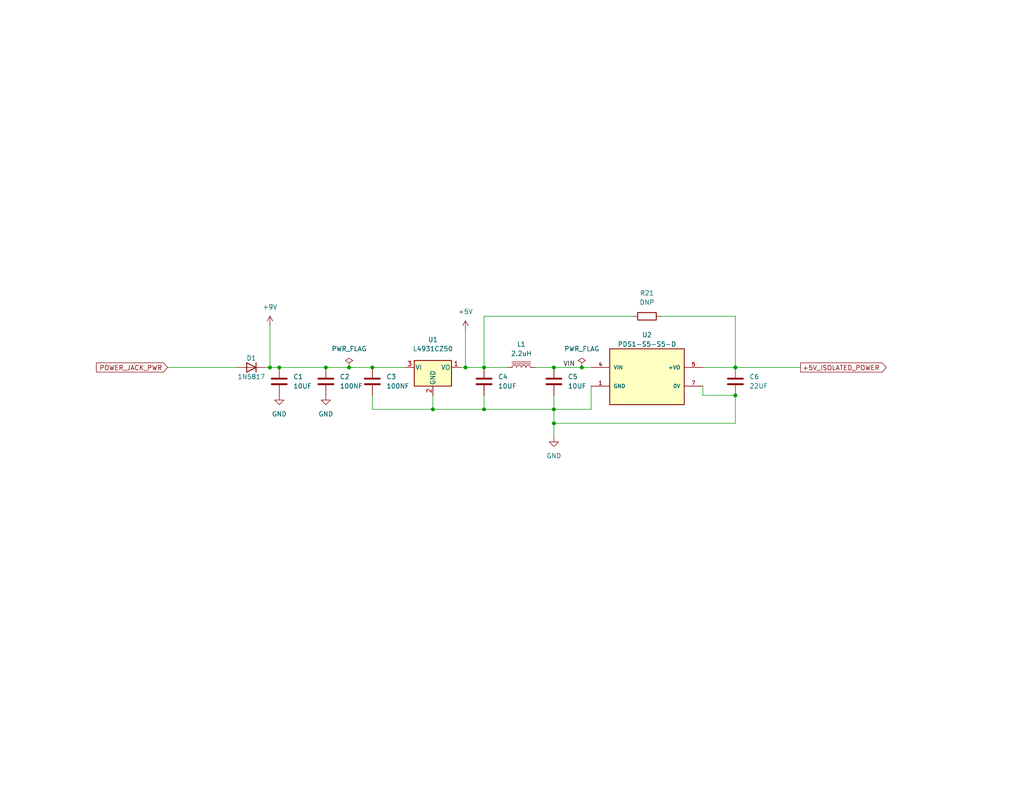
<source format=kicad_sch>
(kicad_sch (version 20231120) (generator "eeschema") (generator_version "8.0")
  (paper "USLetter")
  (title_block (title "Daisy Seed Guitar Pedal 1590B") (date "2023-11-12") (rev "6") (company "Made by Keith Shepherd (kshep@mac.com)") (comment 1 "https://github.com/electro-smith/Hardware/blob/master/reference/daisy_petal/") (comment 2 "Schematic from the Electro-Smith Daisy Petal Reference Hardware Rev 5"))
  (lib_symbols
    (symbol "Device:C" (pin_numbers hide) (pin_names (offset 0.254))
      (property "Reference" "C" (at 0.635 2.54 0))
      (property "Value" "C" (at 0.635 -2.54 0))
      (symbol "C_0_1"
        (polyline (pts (xy -2.032 -0.762) (xy 2.032 -0.762)) (stroke (width 0.508)))
        (polyline (pts (xy -2.032 0.762) (xy 2.032 0.762)) (stroke (width 0.508)))
      )
      (symbol "C_1_1"
        (pin passive line (at 0 3.81 270) (length 2.794) (name "~") (number "1"))
        (pin passive line (at 0 -3.81 90) (length 2.794) (name "~") (number "2"))
      )
    )
    (symbol "Device:D" (pin_numbers hide) (pin_names (offset 1.016) hide)
      (property "Reference" "D" (at 0 2.54 0))
      (property "Value" "D" (at 0 -2.54 0))
      (symbol "D_0_1"
        (polyline (pts (xy -1.27 1.27) (xy -1.27 -1.27)) (stroke (width 0.254)))
        (polyline (pts (xy 1.27 0) (xy -1.27 0)))
        (polyline (pts (xy 1.27 1.27) (xy 1.27 -1.27) (xy -1.27 0) (xy 1.27 1.27)) (stroke (width 0.254)))
      )
      (symbol "D_1_1"
        (pin passive line (at -3.81 0 0) (length 2.54) (name "K") (number "1"))
        (pin passive line (at 3.81 0 180) (length 2.54) (name "A") (number "2"))
      )
    )
    (symbol "Device:L_Iron" (pin_numbers hide) (pin_names (offset 1.016) hide)
      (property "Reference" "L" (at -1.27 0 90))
      (property "Value" "L_Iron" (at 2.794 0 90))
      (symbol "L_Iron_0_1"
        (arc (start 0 -2.54) (mid 0.6323 -1.905) (end 0 -1.27))
        (arc (start 0 -1.27) (mid 0.6323 -0.635) (end 0 0))
        (polyline (pts (xy 1.016 2.54) (xy 1.016 -2.54)))
        (polyline (pts (xy 1.524 -2.54) (xy 1.524 2.54)))
        (arc (start 0 0) (mid 0.6323 0.635) (end 0 1.27))
        (arc (start 0 1.27) (mid 0.6323 1.905) (end 0 2.54))
      )
      (symbol "L_Iron_1_1"
        (pin passive line (at 0 3.81 270) (length 1.27) (name "1") (number "1"))
        (pin passive line (at 0 -3.81 90) (length 1.27) (name "2") (number "2"))
      )
    )
    (symbol "Device:R" (pin_numbers hide) (pin_names (offset 0))
      (property "Reference" "R" (at 2.032 0 90))
      (property "Value" "R" (at 0 0 90))
      (symbol "R_0_1"
        (rectangle (start -1.016 -2.54) (end 1.016 2.54) (stroke (width 0.254)))
      )
      (symbol "R_1_1"
        (pin passive line (at 0 3.81 270) (length 1.27) (name "~") (number "1"))
        (pin passive line (at 0 -3.81 90) (length 1.27) (name "~") (number "2"))
      )
    )
    (symbol "PDS1-S5-S5-D:PDS1-S5-S5-D" (pin_names (offset 1.016))
      (property "Reference" "U" (at -10.2362 7.6708 0))
      (property "Value" "PDS1-S5-S5-D" (at -10.2108 -10.2108 0))
      (symbol "PDS1-S5-S5-D_0_0"
        (rectangle (start -10.16 -7.62) (end 10.16 7.62) (stroke (width 0.254)) (fill (type background)))
        (pin power_in line (at -15.24 -2.54 0) (length 5.08) (name "GND") (number "1"))
        (pin input line (at -15.24 2.54 0) (length 5.08) (name "VIN") (number "4"))
        (pin output line (at 15.24 2.54 180) (length 5.08) (name "+VO") (number "5"))
        (pin power_in line (at 15.24 -2.54 180) (length 5.08) (name "0V") (number "7"))
      )
    )
    (symbol "Regulator_Linear:L78L05_TO92" (pin_names (offset 0.254))
      (property "Reference" "U" (at -3.81 3.175 0))
      (property "Value" "L78L05_TO92" (at 0 3.175 0))
      (symbol "L78L05_TO92_0_1"
        (rectangle (start -5.08 -5.08) (end 5.08 1.905) (stroke (width 0.254)) (fill (type background)))
      )
      (symbol "L78L05_TO92_1_1"
        (pin power_out line (at 7.62 0 180) (length 2.54) (name "VO") (number "1"))
        (pin power_in line (at 0 -7.62 90) (length 2.54) (name "GND") (number "2"))
        (pin power_in line (at -7.62 0 0) (length 2.54) (name "VI") (number "3"))
      )
    )
    (symbol "power:+5V" (power) (pin_names (offset 0))
      (property "Value" "+5V" (at 0 3.556 0))
      (symbol "+5V_0_1"
        (polyline (pts (xy -0.762 1.27) (xy 0 2.54)))
        (polyline (pts (xy 0 0) (xy 0 2.54)))
        (polyline (pts (xy 0 2.54) (xy 0.762 1.27)))
      )
      (symbol "+5V_1_1"
        (pin power_in line (at 0 0 90) (length 0) hide (name "+5V") (number "1"))
      )
    )
    (symbol "power:+9V" (power) (pin_names (offset 0))
      (property "Value" "+9V" (at 0 3.556 0))
      (symbol "+9V_0_1"
        (polyline (pts (xy -0.762 1.27) (xy 0 2.54)))
        (polyline (pts (xy 0 0) (xy 0 2.54)))
        (polyline (pts (xy 0 2.54) (xy 0.762 1.27)))
      )
      (symbol "+9V_1_1"
        (pin power_in line (at 0 0 90) (length 0) hide (name "+9V") (number "1"))
      )
    )
    (symbol "power:GND" (power) (pin_names (offset 0))
      (property "Value" "GND" (at 0 -3.81 0))
      (symbol "GND_0_1"
        (polyline (pts (xy 0 0) (xy 0 -1.27) (xy 1.27 -1.27) (xy 0 -2.54) (xy -1.27 -1.27) (xy 0 -1.27)))
      )
      (symbol "GND_1_1"
        (pin power_in line (at 0 0 270) (length 0) hide (name "GND") (number "1"))
      )
    )
    (symbol "power:PWR_FLAG" (power) (pin_numbers hide) (pin_names (offset 0) hide)
      (property "Value" "PWR_FLAG" (at 0 3.81 0))
      (symbol "PWR_FLAG_0_0"
        (pin power_out line (at 0 0 90) (length 0) (name "pwr") (number "1"))
      )
      (symbol "PWR_FLAG_0_1"
        (polyline (pts (xy 0 0) (xy 0 1.27) (xy -1.016 1.905) (xy 0 2.54) (xy 1.016 1.905) (xy 0 1.27)))
      )
    )
  )
  (junction (at 101.6 100.33))
  (junction (at 76.2 100.33))
  (junction (at 151.13 115.57))
  (junction (at 200.66 107.95))
  (junction (at 132.08 100.33))
  (junction (at 132.08 111.76))
  (junction (at 73.66 100.33))
  (junction (at 95.25 100.33))
  (junction (at 151.13 111.76))
  (junction (at 118.11 111.76))
  (junction (at 158.75 100.33))
  (junction (at 88.9 100.33))
  (junction (at 151.13 100.33))
  (junction (at 200.66 100.33))
  (junction (at 127 100.33))
  (wire (pts (xy 76.2 100.33) (xy 88.9 100.33)))
  (wire (pts (xy 132.08 100.33) (xy 138.43 100.33)))
  (wire (pts (xy 158.75 100.33) (xy 161.29 100.33)))
  (wire (pts (xy 88.9 100.33) (xy 95.25 100.33)))
  (wire (pts (xy 180.34 86.36) (xy 200.66 86.36)))
  (wire (pts (xy 151.13 115.57) (xy 200.66 115.57)))
  (wire (pts (xy 151.13 107.95) (xy 151.13 111.76)))
  (wire (pts (xy 200.66 86.36) (xy 200.66 100.33)))
  (wire (pts (xy 191.77 100.33) (xy 200.66 100.33)))
  (wire (pts (xy 200.66 100.33) (xy 218.44 100.33)))
  (wire (pts (xy 45.72 100.33) (xy 64.77 100.33)))
  (wire (pts (xy 191.77 105.41) (xy 191.77 107.95)))
  (wire (pts (xy 151.13 111.76) (xy 151.13 115.57)))
  (wire (pts (xy 125.73 100.33) (xy 127 100.33)))
  (wire (pts (xy 72.39 100.33) (xy 73.66 100.33)))
  (wire (pts (xy 132.08 86.36) (xy 172.72 86.36)))
  (wire (pts (xy 73.66 100.33) (xy 76.2 100.33)))
  (wire (pts (xy 161.29 105.41) (xy 161.29 111.76)))
  (wire (pts (xy 101.6 100.33) (xy 110.49 100.33)))
  (wire (pts (xy 127 90.17) (xy 127 100.33)))
  (wire (pts (xy 132.08 111.76) (xy 151.13 111.76)))
  (wire (pts (xy 101.6 107.95) (xy 101.6 111.76)))
  (wire (pts (xy 146.05 100.33) (xy 151.13 100.33)))
  (wire (pts (xy 151.13 100.33) (xy 158.75 100.33)))
  (wire (pts (xy 73.66 88.9) (xy 73.66 100.33)))
  (wire (pts (xy 127 100.33) (xy 132.08 100.33)))
  (wire (pts (xy 132.08 107.95) (xy 132.08 111.76)))
  (wire (pts (xy 118.11 111.76) (xy 132.08 111.76)))
  (wire (pts (xy 101.6 111.76) (xy 118.11 111.76)))
  (wire (pts (xy 95.25 100.33) (xy 101.6 100.33)))
  (wire (pts (xy 191.77 107.95) (xy 200.66 107.95)))
  (wire (pts (xy 151.13 115.57) (xy 151.13 119.38)))
  (wire (pts (xy 151.13 111.76) (xy 161.29 111.76)))
  (wire (pts (xy 132.08 100.33) (xy 132.08 86.36)))
  (wire (pts (xy 118.11 107.95) (xy 118.11 111.76)))
  (wire (pts (xy 200.66 115.57) (xy 200.66 107.95)))
  (label "VIN" (at 153.67 100.33 0))
  (global_label "POWER_JACK_PWR" (shape input) (at 45.72 100.33 180) (property "Intersheetrefs" "${INTERSHEET_REFS}" (effects (hide yes))))
  (global_label "+5V_ISOLATED_POWER" (shape output) (at 218.44 100.33 0) (property "Intersheetrefs" "${INTERSHEET_REFS}" (effects (hide yes))))
  (symbol (lib_id "power:PWR_FLAG") (at 95.25 100.33 0) (unit 1)
    (property "Reference" "#FLG02" (effects (hide yes)))
    (property "Value" "PWR_FLAG" (at 95.25 95.25 0))
  )
  (symbol (lib_id "Device:C") (at 200.66 104.14 0) (unit 1)
    (property "Reference" "C6" (at 204.47 102.8699 0) (effects (justify left)))
    (property "Value" "22UF" (at 204.47 105.4099 0) (effects (justify left)))
    (property "Footprint" "Capacitor_THT:CP_Radial_D4.0mm_P2.00mm" (effects (hide yes)))
  )
  (symbol (lib_id "Device:C") (at 101.6 104.14 0) (unit 1)
    (property "Reference" "C3" (at 105.41 102.8699 0) (effects (justify left)))
    (property "Value" "100NF" (at 105.41 105.4099 0) (effects (justify left)))
    (property "Footprint" "Capacitor_THT:C_Rect_L7.2mm_W3.0mm_P5.00mm_FKS2_FKP2_MKS2_MKP2" (effects (hide yes)))
  )
  (symbol (lib_id "power:+5V") (at 127 90.17 0) (unit 1)
    (property "Reference" "#PWR05" (effects (hide yes)))
    (property "Value" "+5V" (at 127 85.09 0))
  )
  (symbol (lib_id "Device:C") (at 76.2 104.14 0) (unit 1)
    (property "Reference" "C1" (at 80.01 102.8699 0) (effects (justify left)))
    (property "Value" "10UF" (at 80.01 105.4099 0) (effects (justify left)))
    (property "Footprint" "Capacitor_THT:C_Disc_D6.0mm_W2.5mm_P5.00mm" (effects (hide yes)))
  )
  (symbol (lib_id "Device:D") (at 68.58 100.33 180) (unit 1)
    (property "Reference" "D1" (at 68.58 97.79 0))
    (property "Value" "1N5817" (at 68.58 102.87 0))
    (property "Footprint" "Diode_THT:D_DO-35_SOD27_P7.62mm_Horizontal" (effects (hide yes)))
    (property "Sim.Device" "D" (effects (hide yes)))
    (property "Sim.Pins" "1=K 2=A" (effects (hide yes)))
  )
  (symbol (lib_id "Device:C") (at 151.13 104.14 0) (unit 1)
    (property "Reference" "C5" (at 154.94 102.8699 0) (effects (justify left)))
    (property "Value" "10UF" (at 154.94 105.4099 0) (effects (justify left)))
    (property "Footprint" "Capacitor_THT:C_Disc_D6.0mm_W2.5mm_P5.00mm" (effects (hide yes)))
  )
  (symbol (lib_id "power:GND") (at 88.9 107.95 0) (unit 1)
    (property "Reference" "#PWR04" (effects (hide yes)))
    (property "Value" "GND" (at 88.9 113.03 0))
  )
  (symbol (lib_id "power:PWR_FLAG") (at 158.75 100.33 0) (unit 1)
    (property "Reference" "#FLG03" (effects (hide yes)))
    (property "Value" "PWR_FLAG" (at 158.75 95.25 0))
  )
  (symbol (lib_id "Device:L_Iron") (at 142.24 100.33 90) (unit 1)
    (property "Reference" "L1" (at 142.24 93.98 90))
    (property "Value" "2.2uH" (at 142.24 96.52 90))
    (property "Footprint" "Inductor_THT:L_Radial_D7.0mm_P3.00mm" (effects (hide yes)))
  )
  (symbol (lib_id "Device:C") (at 88.9 104.14 0) (unit 1)
    (property "Reference" "C2" (at 92.71 102.8699 0) (effects (justify left)))
    (property "Value" "100NF" (at 92.71 105.4099 0) (effects (justify left)))
    (property "Footprint" "Capacitor_THT:C_Rect_L7.2mm_W3.0mm_P5.00mm_FKS2_FKP2_MKS2_MKP2" (effects (hide yes)))
  )
  (symbol (lib_id "Device:R") (at 176.53 86.36 90) (unit 1)
    (property "Reference" "R21" (at 176.53 80.01 90))
    (property "Value" "DNP" (at 176.53 82.55 90))
    (property "Footprint" "Resistor_SMD:R_0805_2012Metric" (effects (hide yes)))
  )
  (symbol (lib_id "Regulator_Linear:L78L05_TO92") (at 118.11 100.33 0) (unit 1)
    (property "Reference" "U1" (at 118.11 92.71 0))
    (property "Value" "L4931CZ50" (at 118.11 95.25 0))
    (property "Footprint" "Package_TO_SOT_THT:TO-92_Inline_Wide" (effects (hide yes)))
    (property "Datasheet" "http://www.st.com/content/ccc/resource/technical/document/datasheet/15/55/e5/aa/23/5b/43/fd/CD00000446.pdf/files/CD00000446.pdf/jcr:content/translations/en.CD00000446.pdf" (effects (hide yes)))
  )
  (symbol (lib_id "power:GND") (at 151.13 119.38 0) (unit 1)
    (property "Reference" "#PWR06" (effects (hide yes)))
    (property "Value" "GND" (at 151.13 124.46 0))
  )
  (symbol (lib_id "Device:C") (at 132.08 104.14 0) (unit 1)
    (property "Reference" "C4" (at 135.89 102.8699 0) (effects (justify left)))
    (property "Value" "10UF" (at 135.89 105.4099 0) (effects (justify left)))
    (property "Footprint" "Capacitor_THT:C_Disc_D6.0mm_W2.5mm_P5.00mm" (effects (hide yes)))
  )
  (symbol (lib_id "power:GND") (at 76.2 107.95 0) (unit 1)
    (property "Reference" "#PWR03" (effects (hide yes)))
    (property "Value" "GND" (at 76.2 113.03 0))
  )
  (symbol (lib_id "PDS1-S5-S5-D:PDS1-S5-S5-D") (at 176.53 102.87 0) (unit 1)
    (property "Reference" "U2" (at 176.53 91.44 0))
    (property "Value" "PDS1-S5-S5-D" (at 176.53 93.98 0))
    (property "Footprint" "PDS1-S5-S5-D:CONV_PDS1-S5-S5-D" (effects (hide yes)))
    (property "MF" "CUI" (effects (hide yes)))
    (property "PRICE" "3.88 USD" (effects (hide yes)))
    (property "AVAILABILITY" "Bad" (effects (hide yes)))
    (property "PACKAGE" "DIP-7 CUI" (effects (hide yes)))
    (property "MP" "PDS1-S12-S12-D" (effects (hide yes)))
    (property "DESCRIPTION" "Module DC-DC 12VIN 1-OUT 12V 0.083A 1W 4-Pin DIP" (effects (hide yes)))
  )
  (symbol (lib_id "power:+9V") (at 73.66 88.9 0) (unit 1)
    (property "Reference" "#PWR02" (effects (hide yes)))
    (property "Value" "+9V" (at 73.66 83.82 0))
  )
)
</source>
